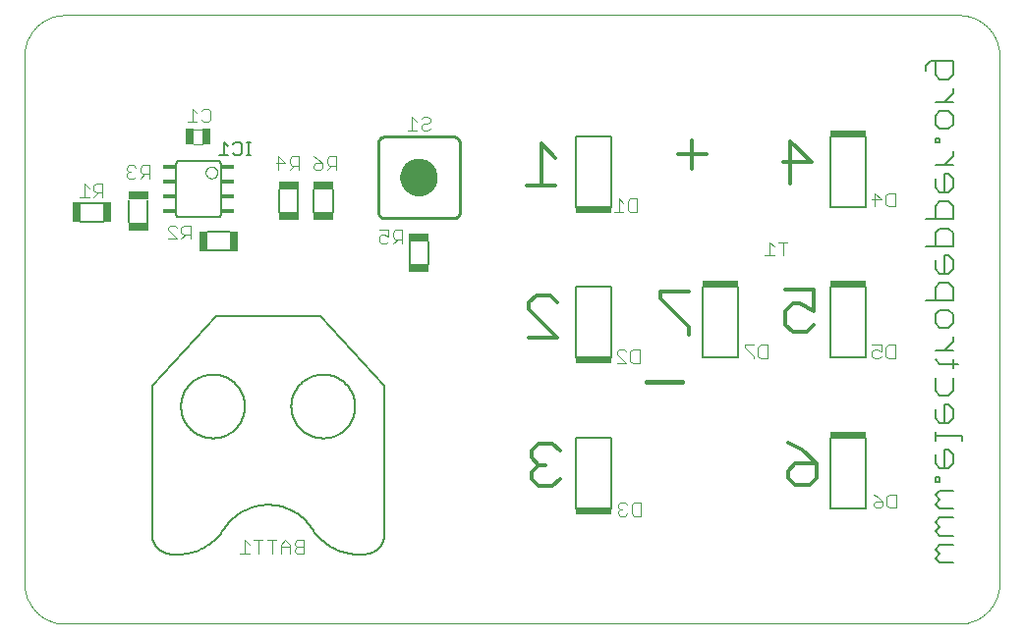
<source format=gbo>
G75*
%MOIN*%
%OFA0B0*%
%FSLAX25Y25*%
%IPPOS*%
%LPD*%
%AMOC8*
5,1,8,0,0,1.08239X$1,22.5*
%
%ADD10C,0.00000*%
%ADD11C,0.01300*%
%ADD12C,0.01600*%
%ADD13C,0.00800*%
%ADD14C,0.00500*%
%ADD15C,0.00400*%
%ADD16R,0.02953X0.05709*%
%ADD17R,0.12000X0.02000*%
%ADD18C,0.00600*%
%ADD19C,0.00200*%
%ADD20R,0.04331X0.01378*%
%ADD21R,0.02900X0.06900*%
%ADD22R,0.06900X0.02900*%
%ADD23C,0.08600*%
%ADD24C,0.01000*%
D10*
X0076833Y0043663D02*
X0076833Y0222797D01*
X0076837Y0223130D01*
X0076849Y0223463D01*
X0076869Y0223795D01*
X0076897Y0224127D01*
X0076933Y0224458D01*
X0076978Y0224788D01*
X0077030Y0225117D01*
X0077090Y0225445D01*
X0077158Y0225771D01*
X0077233Y0226095D01*
X0077317Y0226417D01*
X0077408Y0226737D01*
X0077507Y0227055D01*
X0077614Y0227371D01*
X0077728Y0227683D01*
X0077850Y0227993D01*
X0077980Y0228300D01*
X0078116Y0228604D01*
X0078260Y0228904D01*
X0078411Y0229201D01*
X0078570Y0229494D01*
X0078735Y0229783D01*
X0078907Y0230068D01*
X0079086Y0230349D01*
X0079272Y0230625D01*
X0079465Y0230897D01*
X0079664Y0231164D01*
X0079869Y0231426D01*
X0080081Y0231683D01*
X0080299Y0231935D01*
X0080522Y0232181D01*
X0080752Y0232422D01*
X0080988Y0232658D01*
X0081229Y0232888D01*
X0081475Y0233111D01*
X0081727Y0233329D01*
X0081984Y0233541D01*
X0082246Y0233746D01*
X0082513Y0233945D01*
X0082785Y0234138D01*
X0083061Y0234324D01*
X0083342Y0234503D01*
X0083627Y0234675D01*
X0083916Y0234840D01*
X0084209Y0234999D01*
X0084506Y0235150D01*
X0084806Y0235294D01*
X0085110Y0235430D01*
X0085417Y0235560D01*
X0085727Y0235682D01*
X0086039Y0235796D01*
X0086355Y0235903D01*
X0086673Y0236002D01*
X0086993Y0236093D01*
X0087315Y0236177D01*
X0087639Y0236252D01*
X0087965Y0236320D01*
X0088293Y0236380D01*
X0088622Y0236432D01*
X0088952Y0236477D01*
X0089283Y0236513D01*
X0089615Y0236541D01*
X0089947Y0236561D01*
X0090280Y0236573D01*
X0090613Y0236577D01*
X0090613Y0236576D02*
X0393762Y0236576D01*
X0393762Y0236577D02*
X0394095Y0236573D01*
X0394428Y0236561D01*
X0394760Y0236541D01*
X0395092Y0236513D01*
X0395423Y0236477D01*
X0395753Y0236432D01*
X0396082Y0236380D01*
X0396410Y0236320D01*
X0396736Y0236252D01*
X0397060Y0236177D01*
X0397382Y0236093D01*
X0397702Y0236002D01*
X0398020Y0235903D01*
X0398336Y0235796D01*
X0398648Y0235682D01*
X0398958Y0235560D01*
X0399265Y0235430D01*
X0399569Y0235294D01*
X0399869Y0235150D01*
X0400166Y0234999D01*
X0400459Y0234840D01*
X0400748Y0234675D01*
X0401033Y0234503D01*
X0401314Y0234324D01*
X0401590Y0234138D01*
X0401862Y0233945D01*
X0402129Y0233746D01*
X0402391Y0233541D01*
X0402648Y0233329D01*
X0402900Y0233111D01*
X0403146Y0232888D01*
X0403387Y0232658D01*
X0403623Y0232422D01*
X0403853Y0232181D01*
X0404076Y0231935D01*
X0404294Y0231683D01*
X0404506Y0231426D01*
X0404711Y0231164D01*
X0404910Y0230897D01*
X0405103Y0230625D01*
X0405289Y0230349D01*
X0405468Y0230068D01*
X0405640Y0229783D01*
X0405805Y0229494D01*
X0405964Y0229201D01*
X0406115Y0228904D01*
X0406259Y0228604D01*
X0406395Y0228300D01*
X0406525Y0227993D01*
X0406647Y0227683D01*
X0406761Y0227371D01*
X0406868Y0227055D01*
X0406967Y0226737D01*
X0407058Y0226417D01*
X0407142Y0226095D01*
X0407217Y0225771D01*
X0407285Y0225445D01*
X0407345Y0225117D01*
X0407397Y0224788D01*
X0407442Y0224458D01*
X0407478Y0224127D01*
X0407506Y0223795D01*
X0407526Y0223463D01*
X0407538Y0223130D01*
X0407542Y0222797D01*
X0407542Y0043663D01*
X0407538Y0043330D01*
X0407526Y0042997D01*
X0407506Y0042665D01*
X0407478Y0042333D01*
X0407442Y0042002D01*
X0407397Y0041672D01*
X0407345Y0041343D01*
X0407285Y0041015D01*
X0407217Y0040689D01*
X0407142Y0040365D01*
X0407058Y0040043D01*
X0406967Y0039723D01*
X0406868Y0039405D01*
X0406761Y0039089D01*
X0406647Y0038777D01*
X0406525Y0038467D01*
X0406395Y0038160D01*
X0406259Y0037856D01*
X0406115Y0037556D01*
X0405964Y0037259D01*
X0405805Y0036966D01*
X0405640Y0036677D01*
X0405468Y0036392D01*
X0405289Y0036111D01*
X0405103Y0035835D01*
X0404910Y0035563D01*
X0404711Y0035296D01*
X0404506Y0035034D01*
X0404294Y0034777D01*
X0404076Y0034525D01*
X0403853Y0034279D01*
X0403623Y0034038D01*
X0403387Y0033802D01*
X0403146Y0033572D01*
X0402900Y0033349D01*
X0402648Y0033131D01*
X0402391Y0032919D01*
X0402129Y0032714D01*
X0401862Y0032515D01*
X0401590Y0032322D01*
X0401314Y0032136D01*
X0401033Y0031957D01*
X0400748Y0031785D01*
X0400459Y0031620D01*
X0400166Y0031461D01*
X0399869Y0031310D01*
X0399569Y0031166D01*
X0399265Y0031030D01*
X0398958Y0030900D01*
X0398648Y0030778D01*
X0398336Y0030664D01*
X0398020Y0030557D01*
X0397702Y0030458D01*
X0397382Y0030367D01*
X0397060Y0030283D01*
X0396736Y0030208D01*
X0396410Y0030140D01*
X0396082Y0030080D01*
X0395753Y0030028D01*
X0395423Y0029983D01*
X0395092Y0029947D01*
X0394760Y0029919D01*
X0394428Y0029899D01*
X0394095Y0029887D01*
X0393762Y0029883D01*
X0090613Y0029883D01*
X0090280Y0029887D01*
X0089947Y0029899D01*
X0089615Y0029919D01*
X0089283Y0029947D01*
X0088952Y0029983D01*
X0088622Y0030028D01*
X0088293Y0030080D01*
X0087965Y0030140D01*
X0087639Y0030208D01*
X0087315Y0030283D01*
X0086993Y0030367D01*
X0086673Y0030458D01*
X0086355Y0030557D01*
X0086039Y0030664D01*
X0085727Y0030778D01*
X0085417Y0030900D01*
X0085110Y0031030D01*
X0084806Y0031166D01*
X0084506Y0031310D01*
X0084209Y0031461D01*
X0083916Y0031620D01*
X0083627Y0031785D01*
X0083342Y0031957D01*
X0083061Y0032136D01*
X0082785Y0032322D01*
X0082513Y0032515D01*
X0082246Y0032714D01*
X0081984Y0032919D01*
X0081727Y0033131D01*
X0081475Y0033349D01*
X0081229Y0033572D01*
X0080988Y0033802D01*
X0080752Y0034038D01*
X0080522Y0034279D01*
X0080299Y0034525D01*
X0080081Y0034777D01*
X0079869Y0035034D01*
X0079664Y0035296D01*
X0079465Y0035563D01*
X0079272Y0035835D01*
X0079086Y0036111D01*
X0078907Y0036392D01*
X0078735Y0036677D01*
X0078570Y0036966D01*
X0078411Y0037259D01*
X0078260Y0037556D01*
X0078116Y0037856D01*
X0077980Y0038160D01*
X0077850Y0038467D01*
X0077728Y0038777D01*
X0077614Y0039089D01*
X0077507Y0039405D01*
X0077408Y0039723D01*
X0077317Y0040043D01*
X0077233Y0040365D01*
X0077158Y0040689D01*
X0077090Y0041015D01*
X0077030Y0041343D01*
X0076978Y0041672D01*
X0076933Y0042002D01*
X0076897Y0042333D01*
X0076869Y0042665D01*
X0076849Y0042997D01*
X0076837Y0043330D01*
X0076833Y0043663D01*
D11*
X0248827Y0079006D02*
X0251237Y0076596D01*
X0256057Y0076596D01*
X0258467Y0079006D01*
X0253647Y0083827D02*
X0251237Y0083827D01*
X0248827Y0081416D01*
X0248827Y0079006D01*
X0251237Y0083827D02*
X0248827Y0086237D01*
X0248827Y0088647D01*
X0251237Y0091057D01*
X0256057Y0091057D01*
X0258467Y0088647D01*
X0257679Y0126990D02*
X0248039Y0126990D01*
X0257679Y0126990D02*
X0248039Y0136630D01*
X0248039Y0139040D01*
X0250449Y0141450D01*
X0255269Y0141450D01*
X0257679Y0139040D01*
X0292527Y0140221D02*
X0302168Y0130581D01*
X0302168Y0128171D01*
X0292527Y0140221D02*
X0292527Y0142632D01*
X0302168Y0142632D01*
X0335047Y0143419D02*
X0344687Y0143419D01*
X0344687Y0136189D01*
X0339867Y0138599D01*
X0337457Y0138599D01*
X0335047Y0136189D01*
X0335047Y0131369D01*
X0337457Y0128959D01*
X0342277Y0128959D01*
X0344687Y0131369D01*
X0335834Y0091450D02*
X0340655Y0089040D01*
X0345475Y0084220D01*
X0338244Y0084220D01*
X0335834Y0081810D01*
X0335834Y0079400D01*
X0338244Y0076990D01*
X0343065Y0076990D01*
X0345475Y0079400D01*
X0345475Y0084220D01*
X0336670Y0179352D02*
X0336670Y0193813D01*
X0343900Y0186582D01*
X0334260Y0186582D01*
X0308073Y0189338D02*
X0298433Y0189338D01*
X0303253Y0194158D02*
X0303253Y0184518D01*
X0256892Y0188205D02*
X0252072Y0193025D01*
X0252072Y0178565D01*
X0256892Y0178565D02*
X0247252Y0178565D01*
D12*
X0287982Y0112175D02*
X0300049Y0112175D01*
D13*
X0382664Y0139593D02*
X0391872Y0139593D01*
X0391872Y0144197D01*
X0390337Y0145731D01*
X0387268Y0145731D01*
X0385733Y0144197D01*
X0385733Y0139593D01*
X0387268Y0136523D02*
X0390337Y0136523D01*
X0391872Y0134989D01*
X0391872Y0131919D01*
X0390337Y0130385D01*
X0387268Y0130385D01*
X0385733Y0131919D01*
X0385733Y0134989D01*
X0387268Y0136523D01*
X0391872Y0127315D02*
X0391872Y0125781D01*
X0388803Y0122712D01*
X0391872Y0122712D02*
X0385733Y0122712D01*
X0385733Y0119642D02*
X0387268Y0118108D01*
X0393407Y0118108D01*
X0391872Y0116573D02*
X0391872Y0119642D01*
X0391872Y0113504D02*
X0391872Y0108900D01*
X0390337Y0107365D01*
X0387268Y0107365D01*
X0385733Y0108900D01*
X0385733Y0113504D01*
X0388803Y0104296D02*
X0388803Y0098157D01*
X0390337Y0098157D02*
X0391872Y0099692D01*
X0391872Y0102761D01*
X0390337Y0104296D01*
X0388803Y0104296D01*
X0385733Y0102761D02*
X0385733Y0099692D01*
X0387268Y0098157D01*
X0390337Y0098157D01*
X0385733Y0095088D02*
X0385733Y0092019D01*
X0385733Y0093553D02*
X0394941Y0093553D01*
X0394941Y0092019D01*
X0390337Y0088949D02*
X0388803Y0088949D01*
X0388803Y0082811D01*
X0390337Y0082811D02*
X0391872Y0084345D01*
X0391872Y0087415D01*
X0390337Y0088949D01*
X0385733Y0087415D02*
X0385733Y0084345D01*
X0387268Y0082811D01*
X0390337Y0082811D01*
X0387268Y0079742D02*
X0385733Y0079742D01*
X0385733Y0078207D01*
X0387268Y0078207D01*
X0387268Y0079742D01*
X0387268Y0075138D02*
X0391872Y0075138D01*
X0387268Y0075138D02*
X0385733Y0073603D01*
X0387268Y0072068D01*
X0385733Y0070534D01*
X0387268Y0068999D01*
X0391872Y0068999D01*
X0391872Y0065930D02*
X0387268Y0065930D01*
X0385733Y0064395D01*
X0387268Y0062860D01*
X0385733Y0061326D01*
X0387268Y0059791D01*
X0391872Y0059791D01*
X0391872Y0056722D02*
X0387268Y0056722D01*
X0385733Y0055187D01*
X0387268Y0053653D01*
X0385733Y0052118D01*
X0387268Y0050583D01*
X0391872Y0050583D01*
X0390337Y0148801D02*
X0387268Y0148801D01*
X0385733Y0150335D01*
X0385733Y0153404D01*
X0388803Y0154939D02*
X0388803Y0148801D01*
X0390337Y0148801D02*
X0391872Y0150335D01*
X0391872Y0153404D01*
X0390337Y0154939D01*
X0388803Y0154939D01*
X0391872Y0158008D02*
X0391872Y0162612D01*
X0390337Y0164147D01*
X0387268Y0164147D01*
X0385733Y0162612D01*
X0385733Y0158008D01*
X0382664Y0158008D02*
X0391872Y0158008D01*
X0391872Y0167216D02*
X0382664Y0167216D01*
X0385733Y0167216D02*
X0385733Y0171820D01*
X0387268Y0173355D01*
X0390337Y0173355D01*
X0391872Y0171820D01*
X0391872Y0167216D01*
X0390337Y0176424D02*
X0387268Y0176424D01*
X0385733Y0177959D01*
X0385733Y0181028D01*
X0388803Y0182563D02*
X0388803Y0176424D01*
X0390337Y0176424D02*
X0391872Y0177959D01*
X0391872Y0181028D01*
X0390337Y0182563D01*
X0388803Y0182563D01*
X0388803Y0185632D02*
X0391872Y0188701D01*
X0391872Y0190236D01*
X0387268Y0193305D02*
X0387268Y0194840D01*
X0385733Y0194840D01*
X0385733Y0193305D01*
X0387268Y0193305D01*
X0387268Y0197909D02*
X0385733Y0199444D01*
X0385733Y0202513D01*
X0387268Y0204048D01*
X0390337Y0204048D01*
X0391872Y0202513D01*
X0391872Y0199444D01*
X0390337Y0197909D01*
X0387268Y0197909D01*
X0388803Y0207117D02*
X0391872Y0210186D01*
X0391872Y0211721D01*
X0390337Y0214790D02*
X0387268Y0214790D01*
X0385733Y0216325D01*
X0385733Y0220929D01*
X0384199Y0220929D02*
X0391872Y0220929D01*
X0391872Y0216325D01*
X0390337Y0214790D01*
X0382664Y0217859D02*
X0382664Y0219394D01*
X0384199Y0220929D01*
X0385733Y0207117D02*
X0391872Y0207117D01*
X0391872Y0185632D02*
X0385733Y0185632D01*
D14*
X0362361Y0195427D02*
X0362361Y0171427D01*
X0350361Y0171427D01*
X0350361Y0195427D01*
X0362361Y0195427D01*
X0275747Y0195427D02*
X0275747Y0171427D01*
X0263747Y0171427D01*
X0263747Y0195427D01*
X0275747Y0195427D01*
X0275747Y0144246D02*
X0263747Y0144246D01*
X0263747Y0120246D01*
X0275747Y0120246D01*
X0275747Y0144246D01*
X0307054Y0144246D02*
X0307054Y0120246D01*
X0319054Y0120246D01*
X0319054Y0144246D01*
X0307054Y0144246D01*
X0350361Y0144246D02*
X0350361Y0120246D01*
X0362361Y0120246D01*
X0362361Y0144246D01*
X0350361Y0144246D01*
X0350361Y0093064D02*
X0350361Y0069064D01*
X0362361Y0069064D01*
X0362361Y0093064D01*
X0350361Y0093064D01*
X0275747Y0093064D02*
X0275747Y0069064D01*
X0263747Y0069064D01*
X0263747Y0093064D01*
X0275747Y0093064D01*
X0198881Y0110592D02*
X0198881Y0061379D01*
X0198902Y0061211D01*
X0198919Y0061043D01*
X0198932Y0060874D01*
X0198941Y0060704D01*
X0198945Y0060535D01*
X0198946Y0060366D01*
X0198942Y0060196D01*
X0198934Y0060027D01*
X0198922Y0059858D01*
X0198906Y0059689D01*
X0198886Y0059521D01*
X0198862Y0059353D01*
X0198833Y0059186D01*
X0198801Y0059020D01*
X0198764Y0058855D01*
X0198724Y0058690D01*
X0198679Y0058527D01*
X0198631Y0058364D01*
X0198578Y0058203D01*
X0198522Y0058044D01*
X0198461Y0057885D01*
X0198397Y0057728D01*
X0198329Y0057573D01*
X0198258Y0057420D01*
X0198182Y0057268D01*
X0198103Y0057118D01*
X0198020Y0056971D01*
X0197934Y0056825D01*
X0197844Y0056681D01*
X0197750Y0056540D01*
X0197653Y0056401D01*
X0197553Y0056264D01*
X0197449Y0056130D01*
X0197343Y0055999D01*
X0197233Y0055870D01*
X0197119Y0055744D01*
X0197003Y0055620D01*
X0196884Y0055500D01*
X0196762Y0055382D01*
X0196637Y0055268D01*
X0196509Y0055157D01*
X0196379Y0055048D01*
X0196246Y0054943D01*
X0196111Y0054842D01*
X0195973Y0054743D01*
X0195832Y0054648D01*
X0195690Y0054557D01*
X0195545Y0054469D01*
X0195398Y0054384D01*
X0195249Y0054303D01*
X0195098Y0054226D01*
X0194946Y0054153D01*
X0194791Y0054083D01*
X0194635Y0054017D01*
X0194478Y0053955D01*
X0194318Y0053897D01*
X0194158Y0053843D01*
X0193996Y0053793D01*
X0193833Y0053746D01*
X0193669Y0053704D01*
X0193504Y0053666D01*
X0193338Y0053631D01*
X0193171Y0053601D01*
X0193004Y0053575D01*
X0192836Y0053553D01*
X0192667Y0053535D01*
X0192499Y0053521D01*
X0192329Y0053512D01*
X0192160Y0053506D01*
X0191991Y0053505D01*
X0174274Y0062364D02*
X0174031Y0062719D01*
X0173779Y0063068D01*
X0173519Y0063411D01*
X0173251Y0063748D01*
X0172974Y0064078D01*
X0172690Y0064401D01*
X0172398Y0064718D01*
X0172098Y0065027D01*
X0171791Y0065329D01*
X0171476Y0065623D01*
X0171155Y0065909D01*
X0170827Y0066188D01*
X0170492Y0066459D01*
X0170150Y0066721D01*
X0169802Y0066975D01*
X0169449Y0067220D01*
X0169089Y0067457D01*
X0168724Y0067685D01*
X0168353Y0067904D01*
X0167977Y0068114D01*
X0167597Y0068315D01*
X0167211Y0068507D01*
X0166821Y0068689D01*
X0166426Y0068862D01*
X0166028Y0069025D01*
X0165625Y0069178D01*
X0165219Y0069321D01*
X0164810Y0069455D01*
X0164398Y0069579D01*
X0163982Y0069692D01*
X0163564Y0069796D01*
X0163144Y0069889D01*
X0162722Y0069972D01*
X0162297Y0070045D01*
X0161871Y0070107D01*
X0161444Y0070159D01*
X0161015Y0070201D01*
X0160586Y0070232D01*
X0160156Y0070253D01*
X0159725Y0070264D01*
X0159295Y0070264D01*
X0158864Y0070253D01*
X0158434Y0070232D01*
X0158005Y0070201D01*
X0157576Y0070159D01*
X0157149Y0070107D01*
X0156723Y0070045D01*
X0156298Y0069972D01*
X0155876Y0069889D01*
X0155456Y0069796D01*
X0155038Y0069692D01*
X0154622Y0069579D01*
X0154210Y0069455D01*
X0153801Y0069321D01*
X0153395Y0069178D01*
X0152992Y0069025D01*
X0152594Y0068862D01*
X0152199Y0068689D01*
X0151809Y0068507D01*
X0151423Y0068315D01*
X0151043Y0068114D01*
X0150667Y0067904D01*
X0150296Y0067685D01*
X0149931Y0067457D01*
X0149571Y0067220D01*
X0149218Y0066975D01*
X0148870Y0066721D01*
X0148528Y0066459D01*
X0148193Y0066188D01*
X0147865Y0065909D01*
X0147544Y0065623D01*
X0147229Y0065329D01*
X0146922Y0065027D01*
X0146622Y0064718D01*
X0146330Y0064401D01*
X0146046Y0064078D01*
X0145769Y0063748D01*
X0145501Y0063411D01*
X0145241Y0063068D01*
X0144989Y0062719D01*
X0144746Y0062364D01*
X0127030Y0053505D02*
X0126861Y0053506D01*
X0126692Y0053512D01*
X0126522Y0053521D01*
X0126354Y0053535D01*
X0126185Y0053553D01*
X0126017Y0053575D01*
X0125850Y0053601D01*
X0125683Y0053631D01*
X0125517Y0053666D01*
X0125352Y0053704D01*
X0125188Y0053746D01*
X0125025Y0053793D01*
X0124863Y0053843D01*
X0124703Y0053897D01*
X0124543Y0053955D01*
X0124386Y0054017D01*
X0124230Y0054083D01*
X0124075Y0054153D01*
X0123923Y0054226D01*
X0123772Y0054303D01*
X0123623Y0054384D01*
X0123476Y0054469D01*
X0123331Y0054557D01*
X0123189Y0054648D01*
X0123048Y0054743D01*
X0122910Y0054842D01*
X0122775Y0054943D01*
X0122642Y0055048D01*
X0122512Y0055157D01*
X0122384Y0055268D01*
X0122259Y0055382D01*
X0122137Y0055500D01*
X0122018Y0055620D01*
X0121902Y0055744D01*
X0121788Y0055870D01*
X0121678Y0055999D01*
X0121572Y0056130D01*
X0121468Y0056264D01*
X0121368Y0056401D01*
X0121271Y0056540D01*
X0121177Y0056681D01*
X0121087Y0056825D01*
X0121001Y0056971D01*
X0120918Y0057118D01*
X0120839Y0057268D01*
X0120763Y0057420D01*
X0120692Y0057573D01*
X0120624Y0057728D01*
X0120560Y0057885D01*
X0120499Y0058044D01*
X0120443Y0058203D01*
X0120390Y0058364D01*
X0120342Y0058527D01*
X0120297Y0058690D01*
X0120257Y0058855D01*
X0120220Y0059020D01*
X0120188Y0059186D01*
X0120159Y0059353D01*
X0120135Y0059521D01*
X0120115Y0059689D01*
X0120099Y0059858D01*
X0120087Y0060027D01*
X0120079Y0060196D01*
X0120075Y0060366D01*
X0120076Y0060535D01*
X0120080Y0060704D01*
X0120089Y0060874D01*
X0120102Y0061043D01*
X0120119Y0061211D01*
X0120140Y0061379D01*
X0120140Y0110592D01*
X0141794Y0134214D01*
X0177227Y0134214D01*
X0198881Y0110592D01*
X0167384Y0103702D02*
X0167387Y0103968D01*
X0167397Y0104233D01*
X0167413Y0104498D01*
X0167436Y0104763D01*
X0167465Y0105027D01*
X0167501Y0105291D01*
X0167543Y0105553D01*
X0167592Y0105814D01*
X0167647Y0106074D01*
X0167708Y0106333D01*
X0167776Y0106590D01*
X0167850Y0106845D01*
X0167930Y0107098D01*
X0168017Y0107350D01*
X0168109Y0107599D01*
X0168208Y0107845D01*
X0168313Y0108090D01*
X0168424Y0108331D01*
X0168540Y0108570D01*
X0168662Y0108806D01*
X0168791Y0109039D01*
X0168924Y0109268D01*
X0169064Y0109494D01*
X0169209Y0109717D01*
X0169359Y0109936D01*
X0169515Y0110152D01*
X0169676Y0110363D01*
X0169842Y0110571D01*
X0170013Y0110774D01*
X0170189Y0110973D01*
X0170370Y0111168D01*
X0170555Y0111358D01*
X0170745Y0111543D01*
X0170940Y0111724D01*
X0171139Y0111900D01*
X0171342Y0112071D01*
X0171550Y0112237D01*
X0171761Y0112398D01*
X0171977Y0112554D01*
X0172196Y0112704D01*
X0172419Y0112849D01*
X0172645Y0112989D01*
X0172874Y0113122D01*
X0173107Y0113251D01*
X0173343Y0113373D01*
X0173582Y0113489D01*
X0173823Y0113600D01*
X0174068Y0113705D01*
X0174314Y0113804D01*
X0174563Y0113896D01*
X0174815Y0113983D01*
X0175068Y0114063D01*
X0175323Y0114137D01*
X0175580Y0114205D01*
X0175839Y0114266D01*
X0176099Y0114321D01*
X0176360Y0114370D01*
X0176622Y0114412D01*
X0176886Y0114448D01*
X0177150Y0114477D01*
X0177415Y0114500D01*
X0177680Y0114516D01*
X0177945Y0114526D01*
X0178211Y0114529D01*
X0178477Y0114526D01*
X0178742Y0114516D01*
X0179007Y0114500D01*
X0179272Y0114477D01*
X0179536Y0114448D01*
X0179800Y0114412D01*
X0180062Y0114370D01*
X0180323Y0114321D01*
X0180583Y0114266D01*
X0180842Y0114205D01*
X0181099Y0114137D01*
X0181354Y0114063D01*
X0181607Y0113983D01*
X0181859Y0113896D01*
X0182108Y0113804D01*
X0182354Y0113705D01*
X0182599Y0113600D01*
X0182840Y0113489D01*
X0183079Y0113373D01*
X0183315Y0113251D01*
X0183548Y0113122D01*
X0183777Y0112989D01*
X0184003Y0112849D01*
X0184226Y0112704D01*
X0184445Y0112554D01*
X0184661Y0112398D01*
X0184872Y0112237D01*
X0185080Y0112071D01*
X0185283Y0111900D01*
X0185482Y0111724D01*
X0185677Y0111543D01*
X0185867Y0111358D01*
X0186052Y0111168D01*
X0186233Y0110973D01*
X0186409Y0110774D01*
X0186580Y0110571D01*
X0186746Y0110363D01*
X0186907Y0110152D01*
X0187063Y0109936D01*
X0187213Y0109717D01*
X0187358Y0109494D01*
X0187498Y0109268D01*
X0187631Y0109039D01*
X0187760Y0108806D01*
X0187882Y0108570D01*
X0187998Y0108331D01*
X0188109Y0108090D01*
X0188214Y0107845D01*
X0188313Y0107599D01*
X0188405Y0107350D01*
X0188492Y0107098D01*
X0188572Y0106845D01*
X0188646Y0106590D01*
X0188714Y0106333D01*
X0188775Y0106074D01*
X0188830Y0105814D01*
X0188879Y0105553D01*
X0188921Y0105291D01*
X0188957Y0105027D01*
X0188986Y0104763D01*
X0189009Y0104498D01*
X0189025Y0104233D01*
X0189035Y0103968D01*
X0189038Y0103702D01*
X0189035Y0103436D01*
X0189025Y0103171D01*
X0189009Y0102906D01*
X0188986Y0102641D01*
X0188957Y0102377D01*
X0188921Y0102113D01*
X0188879Y0101851D01*
X0188830Y0101590D01*
X0188775Y0101330D01*
X0188714Y0101071D01*
X0188646Y0100814D01*
X0188572Y0100559D01*
X0188492Y0100306D01*
X0188405Y0100054D01*
X0188313Y0099805D01*
X0188214Y0099559D01*
X0188109Y0099314D01*
X0187998Y0099073D01*
X0187882Y0098834D01*
X0187760Y0098598D01*
X0187631Y0098365D01*
X0187498Y0098136D01*
X0187358Y0097910D01*
X0187213Y0097687D01*
X0187063Y0097468D01*
X0186907Y0097252D01*
X0186746Y0097041D01*
X0186580Y0096833D01*
X0186409Y0096630D01*
X0186233Y0096431D01*
X0186052Y0096236D01*
X0185867Y0096046D01*
X0185677Y0095861D01*
X0185482Y0095680D01*
X0185283Y0095504D01*
X0185080Y0095333D01*
X0184872Y0095167D01*
X0184661Y0095006D01*
X0184445Y0094850D01*
X0184226Y0094700D01*
X0184003Y0094555D01*
X0183777Y0094415D01*
X0183548Y0094282D01*
X0183315Y0094153D01*
X0183079Y0094031D01*
X0182840Y0093915D01*
X0182599Y0093804D01*
X0182354Y0093699D01*
X0182108Y0093600D01*
X0181859Y0093508D01*
X0181607Y0093421D01*
X0181354Y0093341D01*
X0181099Y0093267D01*
X0180842Y0093199D01*
X0180583Y0093138D01*
X0180323Y0093083D01*
X0180062Y0093034D01*
X0179800Y0092992D01*
X0179536Y0092956D01*
X0179272Y0092927D01*
X0179007Y0092904D01*
X0178742Y0092888D01*
X0178477Y0092878D01*
X0178211Y0092875D01*
X0177945Y0092878D01*
X0177680Y0092888D01*
X0177415Y0092904D01*
X0177150Y0092927D01*
X0176886Y0092956D01*
X0176622Y0092992D01*
X0176360Y0093034D01*
X0176099Y0093083D01*
X0175839Y0093138D01*
X0175580Y0093199D01*
X0175323Y0093267D01*
X0175068Y0093341D01*
X0174815Y0093421D01*
X0174563Y0093508D01*
X0174314Y0093600D01*
X0174068Y0093699D01*
X0173823Y0093804D01*
X0173582Y0093915D01*
X0173343Y0094031D01*
X0173107Y0094153D01*
X0172874Y0094282D01*
X0172645Y0094415D01*
X0172419Y0094555D01*
X0172196Y0094700D01*
X0171977Y0094850D01*
X0171761Y0095006D01*
X0171550Y0095167D01*
X0171342Y0095333D01*
X0171139Y0095504D01*
X0170940Y0095680D01*
X0170745Y0095861D01*
X0170555Y0096046D01*
X0170370Y0096236D01*
X0170189Y0096431D01*
X0170013Y0096630D01*
X0169842Y0096833D01*
X0169676Y0097041D01*
X0169515Y0097252D01*
X0169359Y0097468D01*
X0169209Y0097687D01*
X0169064Y0097910D01*
X0168924Y0098136D01*
X0168791Y0098365D01*
X0168662Y0098598D01*
X0168540Y0098834D01*
X0168424Y0099073D01*
X0168313Y0099314D01*
X0168208Y0099559D01*
X0168109Y0099805D01*
X0168017Y0100054D01*
X0167930Y0100306D01*
X0167850Y0100559D01*
X0167776Y0100814D01*
X0167708Y0101071D01*
X0167647Y0101330D01*
X0167592Y0101590D01*
X0167543Y0101851D01*
X0167501Y0102113D01*
X0167465Y0102377D01*
X0167436Y0102641D01*
X0167413Y0102906D01*
X0167397Y0103171D01*
X0167387Y0103436D01*
X0167384Y0103702D01*
X0129983Y0103702D02*
X0129986Y0103968D01*
X0129996Y0104233D01*
X0130012Y0104498D01*
X0130035Y0104763D01*
X0130064Y0105027D01*
X0130100Y0105291D01*
X0130142Y0105553D01*
X0130191Y0105814D01*
X0130246Y0106074D01*
X0130307Y0106333D01*
X0130375Y0106590D01*
X0130449Y0106845D01*
X0130529Y0107098D01*
X0130616Y0107350D01*
X0130708Y0107599D01*
X0130807Y0107845D01*
X0130912Y0108090D01*
X0131023Y0108331D01*
X0131139Y0108570D01*
X0131261Y0108806D01*
X0131390Y0109039D01*
X0131523Y0109268D01*
X0131663Y0109494D01*
X0131808Y0109717D01*
X0131958Y0109936D01*
X0132114Y0110152D01*
X0132275Y0110363D01*
X0132441Y0110571D01*
X0132612Y0110774D01*
X0132788Y0110973D01*
X0132969Y0111168D01*
X0133154Y0111358D01*
X0133344Y0111543D01*
X0133539Y0111724D01*
X0133738Y0111900D01*
X0133941Y0112071D01*
X0134149Y0112237D01*
X0134360Y0112398D01*
X0134576Y0112554D01*
X0134795Y0112704D01*
X0135018Y0112849D01*
X0135244Y0112989D01*
X0135473Y0113122D01*
X0135706Y0113251D01*
X0135942Y0113373D01*
X0136181Y0113489D01*
X0136422Y0113600D01*
X0136667Y0113705D01*
X0136913Y0113804D01*
X0137162Y0113896D01*
X0137414Y0113983D01*
X0137667Y0114063D01*
X0137922Y0114137D01*
X0138179Y0114205D01*
X0138438Y0114266D01*
X0138698Y0114321D01*
X0138959Y0114370D01*
X0139221Y0114412D01*
X0139485Y0114448D01*
X0139749Y0114477D01*
X0140014Y0114500D01*
X0140279Y0114516D01*
X0140544Y0114526D01*
X0140810Y0114529D01*
X0141076Y0114526D01*
X0141341Y0114516D01*
X0141606Y0114500D01*
X0141871Y0114477D01*
X0142135Y0114448D01*
X0142399Y0114412D01*
X0142661Y0114370D01*
X0142922Y0114321D01*
X0143182Y0114266D01*
X0143441Y0114205D01*
X0143698Y0114137D01*
X0143953Y0114063D01*
X0144206Y0113983D01*
X0144458Y0113896D01*
X0144707Y0113804D01*
X0144953Y0113705D01*
X0145198Y0113600D01*
X0145439Y0113489D01*
X0145678Y0113373D01*
X0145914Y0113251D01*
X0146147Y0113122D01*
X0146376Y0112989D01*
X0146602Y0112849D01*
X0146825Y0112704D01*
X0147044Y0112554D01*
X0147260Y0112398D01*
X0147471Y0112237D01*
X0147679Y0112071D01*
X0147882Y0111900D01*
X0148081Y0111724D01*
X0148276Y0111543D01*
X0148466Y0111358D01*
X0148651Y0111168D01*
X0148832Y0110973D01*
X0149008Y0110774D01*
X0149179Y0110571D01*
X0149345Y0110363D01*
X0149506Y0110152D01*
X0149662Y0109936D01*
X0149812Y0109717D01*
X0149957Y0109494D01*
X0150097Y0109268D01*
X0150230Y0109039D01*
X0150359Y0108806D01*
X0150481Y0108570D01*
X0150597Y0108331D01*
X0150708Y0108090D01*
X0150813Y0107845D01*
X0150912Y0107599D01*
X0151004Y0107350D01*
X0151091Y0107098D01*
X0151171Y0106845D01*
X0151245Y0106590D01*
X0151313Y0106333D01*
X0151374Y0106074D01*
X0151429Y0105814D01*
X0151478Y0105553D01*
X0151520Y0105291D01*
X0151556Y0105027D01*
X0151585Y0104763D01*
X0151608Y0104498D01*
X0151624Y0104233D01*
X0151634Y0103968D01*
X0151637Y0103702D01*
X0151634Y0103436D01*
X0151624Y0103171D01*
X0151608Y0102906D01*
X0151585Y0102641D01*
X0151556Y0102377D01*
X0151520Y0102113D01*
X0151478Y0101851D01*
X0151429Y0101590D01*
X0151374Y0101330D01*
X0151313Y0101071D01*
X0151245Y0100814D01*
X0151171Y0100559D01*
X0151091Y0100306D01*
X0151004Y0100054D01*
X0150912Y0099805D01*
X0150813Y0099559D01*
X0150708Y0099314D01*
X0150597Y0099073D01*
X0150481Y0098834D01*
X0150359Y0098598D01*
X0150230Y0098365D01*
X0150097Y0098136D01*
X0149957Y0097910D01*
X0149812Y0097687D01*
X0149662Y0097468D01*
X0149506Y0097252D01*
X0149345Y0097041D01*
X0149179Y0096833D01*
X0149008Y0096630D01*
X0148832Y0096431D01*
X0148651Y0096236D01*
X0148466Y0096046D01*
X0148276Y0095861D01*
X0148081Y0095680D01*
X0147882Y0095504D01*
X0147679Y0095333D01*
X0147471Y0095167D01*
X0147260Y0095006D01*
X0147044Y0094850D01*
X0146825Y0094700D01*
X0146602Y0094555D01*
X0146376Y0094415D01*
X0146147Y0094282D01*
X0145914Y0094153D01*
X0145678Y0094031D01*
X0145439Y0093915D01*
X0145198Y0093804D01*
X0144953Y0093699D01*
X0144707Y0093600D01*
X0144458Y0093508D01*
X0144206Y0093421D01*
X0143953Y0093341D01*
X0143698Y0093267D01*
X0143441Y0093199D01*
X0143182Y0093138D01*
X0142922Y0093083D01*
X0142661Y0093034D01*
X0142399Y0092992D01*
X0142135Y0092956D01*
X0141871Y0092927D01*
X0141606Y0092904D01*
X0141341Y0092888D01*
X0141076Y0092878D01*
X0140810Y0092875D01*
X0140544Y0092878D01*
X0140279Y0092888D01*
X0140014Y0092904D01*
X0139749Y0092927D01*
X0139485Y0092956D01*
X0139221Y0092992D01*
X0138959Y0093034D01*
X0138698Y0093083D01*
X0138438Y0093138D01*
X0138179Y0093199D01*
X0137922Y0093267D01*
X0137667Y0093341D01*
X0137414Y0093421D01*
X0137162Y0093508D01*
X0136913Y0093600D01*
X0136667Y0093699D01*
X0136422Y0093804D01*
X0136181Y0093915D01*
X0135942Y0094031D01*
X0135706Y0094153D01*
X0135473Y0094282D01*
X0135244Y0094415D01*
X0135018Y0094555D01*
X0134795Y0094700D01*
X0134576Y0094850D01*
X0134360Y0095006D01*
X0134149Y0095167D01*
X0133941Y0095333D01*
X0133738Y0095504D01*
X0133539Y0095680D01*
X0133344Y0095861D01*
X0133154Y0096046D01*
X0132969Y0096236D01*
X0132788Y0096431D01*
X0132612Y0096630D01*
X0132441Y0096833D01*
X0132275Y0097041D01*
X0132114Y0097252D01*
X0131958Y0097468D01*
X0131808Y0097687D01*
X0131663Y0097910D01*
X0131523Y0098136D01*
X0131390Y0098365D01*
X0131261Y0098598D01*
X0131139Y0098834D01*
X0131023Y0099073D01*
X0130912Y0099314D01*
X0130807Y0099559D01*
X0130708Y0099805D01*
X0130616Y0100054D01*
X0130529Y0100306D01*
X0130449Y0100559D01*
X0130375Y0100814D01*
X0130307Y0101071D01*
X0130246Y0101330D01*
X0130191Y0101590D01*
X0130142Y0101851D01*
X0130100Y0102113D01*
X0130064Y0102377D01*
X0130035Y0102641D01*
X0130012Y0102906D01*
X0129996Y0103171D01*
X0129986Y0103436D01*
X0129983Y0103702D01*
X0144747Y0062363D02*
X0144504Y0061980D01*
X0144251Y0061604D01*
X0143990Y0061233D01*
X0143720Y0060869D01*
X0143442Y0060511D01*
X0143155Y0060160D01*
X0142859Y0059816D01*
X0142555Y0059480D01*
X0142244Y0059151D01*
X0141924Y0058829D01*
X0141597Y0058515D01*
X0141262Y0058209D01*
X0140920Y0057912D01*
X0140571Y0057622D01*
X0140215Y0057341D01*
X0139853Y0057069D01*
X0139484Y0056806D01*
X0139108Y0056551D01*
X0138727Y0056306D01*
X0138340Y0056069D01*
X0137948Y0055843D01*
X0137550Y0055625D01*
X0137147Y0055418D01*
X0136739Y0055220D01*
X0136326Y0055032D01*
X0135909Y0054854D01*
X0135488Y0054686D01*
X0135063Y0054528D01*
X0134634Y0054381D01*
X0134202Y0054244D01*
X0133767Y0054117D01*
X0133328Y0054001D01*
X0132887Y0053895D01*
X0132444Y0053800D01*
X0131999Y0053716D01*
X0131551Y0053643D01*
X0131102Y0053580D01*
X0130652Y0053528D01*
X0130200Y0053487D01*
X0129748Y0053457D01*
X0129295Y0053438D01*
X0128842Y0053429D01*
X0128388Y0053432D01*
X0127935Y0053445D01*
X0127482Y0053470D01*
X0127030Y0053505D01*
X0174274Y0062363D02*
X0174517Y0061980D01*
X0174770Y0061604D01*
X0175031Y0061233D01*
X0175301Y0060869D01*
X0175579Y0060511D01*
X0175866Y0060160D01*
X0176162Y0059816D01*
X0176466Y0059480D01*
X0176777Y0059151D01*
X0177097Y0058829D01*
X0177424Y0058515D01*
X0177759Y0058209D01*
X0178101Y0057912D01*
X0178450Y0057622D01*
X0178806Y0057341D01*
X0179168Y0057069D01*
X0179537Y0056806D01*
X0179913Y0056551D01*
X0180294Y0056306D01*
X0180681Y0056069D01*
X0181073Y0055843D01*
X0181471Y0055625D01*
X0181874Y0055418D01*
X0182282Y0055220D01*
X0182695Y0055032D01*
X0183112Y0054854D01*
X0183533Y0054686D01*
X0183958Y0054528D01*
X0184387Y0054381D01*
X0184819Y0054244D01*
X0185254Y0054117D01*
X0185693Y0054001D01*
X0186134Y0053895D01*
X0186577Y0053800D01*
X0187022Y0053716D01*
X0187470Y0053643D01*
X0187919Y0053580D01*
X0188369Y0053528D01*
X0188821Y0053487D01*
X0189273Y0053457D01*
X0189726Y0053438D01*
X0190179Y0053429D01*
X0190633Y0053432D01*
X0191086Y0053445D01*
X0191539Y0053470D01*
X0191991Y0053505D01*
X0153587Y0189021D02*
X0152086Y0189021D01*
X0152837Y0189021D02*
X0152837Y0193525D01*
X0153587Y0193525D02*
X0152086Y0193525D01*
X0150518Y0192774D02*
X0150518Y0189772D01*
X0149767Y0189021D01*
X0148266Y0189021D01*
X0147515Y0189772D01*
X0145914Y0189021D02*
X0142912Y0189021D01*
X0144413Y0189021D02*
X0144413Y0193525D01*
X0145914Y0192024D01*
X0147515Y0192774D02*
X0148266Y0193525D01*
X0149767Y0193525D01*
X0150518Y0192774D01*
D15*
X0163023Y0188597D02*
X0165325Y0186295D01*
X0162255Y0186295D01*
X0163023Y0183993D02*
X0163023Y0188597D01*
X0166859Y0187829D02*
X0166859Y0186295D01*
X0167627Y0185527D01*
X0169929Y0185527D01*
X0169929Y0183993D02*
X0169929Y0188597D01*
X0167627Y0188597D01*
X0166859Y0187829D01*
X0168394Y0185527D02*
X0166859Y0183993D01*
X0174854Y0184760D02*
X0174854Y0185527D01*
X0175621Y0186295D01*
X0177923Y0186295D01*
X0177923Y0184760D01*
X0177156Y0183993D01*
X0175621Y0183993D01*
X0174854Y0184760D01*
X0176388Y0187829D02*
X0177923Y0186295D01*
X0179458Y0186295D02*
X0180225Y0185527D01*
X0182527Y0185527D01*
X0182527Y0183993D02*
X0182527Y0188597D01*
X0180225Y0188597D01*
X0179458Y0187829D01*
X0179458Y0186295D01*
X0180992Y0185527D02*
X0179458Y0183993D01*
X0176388Y0187829D02*
X0174854Y0188597D01*
X0206795Y0197446D02*
X0209864Y0197446D01*
X0208329Y0197446D02*
X0208329Y0202049D01*
X0209864Y0200515D01*
X0211399Y0201282D02*
X0212166Y0202049D01*
X0213701Y0202049D01*
X0214468Y0201282D01*
X0214468Y0200515D01*
X0213701Y0199747D01*
X0212166Y0199747D01*
X0211399Y0198980D01*
X0211399Y0198213D01*
X0212166Y0197446D01*
X0213701Y0197446D01*
X0214468Y0198213D01*
X0204968Y0163597D02*
X0202666Y0163597D01*
X0201899Y0162829D01*
X0201899Y0161295D01*
X0202666Y0160527D01*
X0204968Y0160527D01*
X0204968Y0158993D02*
X0204968Y0163597D01*
X0203433Y0160527D02*
X0201899Y0158993D01*
X0200364Y0159760D02*
X0199597Y0158993D01*
X0198062Y0158993D01*
X0197295Y0159760D01*
X0197295Y0161295D01*
X0198062Y0162062D01*
X0198829Y0162062D01*
X0200364Y0161295D01*
X0200364Y0163597D01*
X0197295Y0163597D01*
X0137290Y0192639D02*
X0134388Y0192639D01*
X0134388Y0197836D02*
X0137388Y0197836D01*
X0137674Y0200225D02*
X0136907Y0200992D01*
X0137674Y0200225D02*
X0139209Y0200225D01*
X0139976Y0200992D01*
X0139976Y0204062D01*
X0139209Y0204829D01*
X0137674Y0204829D01*
X0136907Y0204062D01*
X0135372Y0203294D02*
X0133837Y0204829D01*
X0133837Y0200225D01*
X0132303Y0200225D02*
X0135372Y0200225D01*
X0119141Y0185644D02*
X0116839Y0185644D01*
X0116072Y0184877D01*
X0116072Y0183342D01*
X0116839Y0182575D01*
X0119141Y0182575D01*
X0117607Y0182575D02*
X0116072Y0181040D01*
X0114537Y0181807D02*
X0113770Y0181040D01*
X0112235Y0181040D01*
X0111468Y0181807D01*
X0111468Y0182575D01*
X0112235Y0183342D01*
X0113003Y0183342D01*
X0112235Y0183342D02*
X0111468Y0184109D01*
X0111468Y0184877D01*
X0112235Y0185644D01*
X0113770Y0185644D01*
X0114537Y0184877D01*
X0119141Y0185644D02*
X0119141Y0181040D01*
X0103393Y0179345D02*
X0103393Y0174741D01*
X0103393Y0176275D02*
X0101091Y0176275D01*
X0100324Y0177043D01*
X0100324Y0178577D01*
X0101091Y0179345D01*
X0103393Y0179345D01*
X0101859Y0176275D02*
X0100324Y0174741D01*
X0098789Y0174741D02*
X0095720Y0174741D01*
X0097255Y0174741D02*
X0097255Y0179345D01*
X0098789Y0177810D01*
X0125444Y0164404D02*
X0125444Y0163637D01*
X0128514Y0160568D01*
X0125444Y0160568D01*
X0130048Y0160568D02*
X0131583Y0162102D01*
X0130816Y0162102D02*
X0133118Y0162102D01*
X0133118Y0160568D02*
X0133118Y0165172D01*
X0130816Y0165172D01*
X0130048Y0164404D01*
X0130048Y0162870D01*
X0130816Y0162102D01*
X0128514Y0164404D02*
X0127746Y0165172D01*
X0126212Y0165172D01*
X0125444Y0164404D01*
X0276992Y0169611D02*
X0280061Y0169611D01*
X0278526Y0169611D02*
X0278526Y0174215D01*
X0280061Y0172680D01*
X0281596Y0173447D02*
X0281596Y0170378D01*
X0282363Y0169611D01*
X0284665Y0169611D01*
X0284665Y0174215D01*
X0282363Y0174215D01*
X0281596Y0173447D01*
X0329589Y0159530D02*
X0329589Y0154926D01*
X0328055Y0154926D02*
X0331124Y0154926D01*
X0331124Y0157995D02*
X0329589Y0159530D01*
X0332659Y0159530D02*
X0335728Y0159530D01*
X0334193Y0159530D02*
X0334193Y0154926D01*
X0365161Y0171579D02*
X0365161Y0176183D01*
X0367462Y0173881D01*
X0364393Y0173881D01*
X0368997Y0172347D02*
X0368997Y0175416D01*
X0369764Y0176183D01*
X0372066Y0176183D01*
X0372066Y0171579D01*
X0369764Y0171579D01*
X0368997Y0172347D01*
X0369764Y0124609D02*
X0372066Y0124609D01*
X0372066Y0120005D01*
X0369764Y0120005D01*
X0368997Y0120772D01*
X0368997Y0123841D01*
X0369764Y0124609D01*
X0367462Y0124609D02*
X0367462Y0122307D01*
X0365928Y0123074D01*
X0365161Y0123074D01*
X0364393Y0122307D01*
X0364393Y0120772D01*
X0365161Y0120005D01*
X0366695Y0120005D01*
X0367462Y0120772D01*
X0367462Y0124609D02*
X0364393Y0124609D01*
X0328759Y0124609D02*
X0328759Y0120005D01*
X0326457Y0120005D01*
X0325690Y0120772D01*
X0325690Y0123841D01*
X0326457Y0124609D01*
X0328759Y0124609D01*
X0324155Y0124609D02*
X0321086Y0124609D01*
X0321086Y0123841D01*
X0324155Y0120772D01*
X0324155Y0120005D01*
X0285452Y0118430D02*
X0283150Y0118430D01*
X0282383Y0119197D01*
X0282383Y0122266D01*
X0283150Y0123034D01*
X0285452Y0123034D01*
X0285452Y0118430D01*
X0280848Y0118430D02*
X0277779Y0121499D01*
X0277779Y0122266D01*
X0278546Y0123034D01*
X0280081Y0123034D01*
X0280848Y0122266D01*
X0280848Y0118430D02*
X0277779Y0118430D01*
X0278940Y0071065D02*
X0278173Y0070298D01*
X0278173Y0069531D01*
X0278940Y0068763D01*
X0278173Y0067996D01*
X0278173Y0067229D01*
X0278940Y0066461D01*
X0280475Y0066461D01*
X0281242Y0067229D01*
X0282777Y0067229D02*
X0283544Y0066461D01*
X0285846Y0066461D01*
X0285846Y0071065D01*
X0283544Y0071065D01*
X0282777Y0070298D01*
X0282777Y0067229D01*
X0281242Y0070298D02*
X0280475Y0071065D01*
X0278940Y0071065D01*
X0278940Y0068763D02*
X0279707Y0068763D01*
X0364787Y0069984D02*
X0364787Y0070752D01*
X0365554Y0071519D01*
X0367856Y0071519D01*
X0367856Y0069984D01*
X0367089Y0069217D01*
X0365554Y0069217D01*
X0364787Y0069984D01*
X0367856Y0071519D02*
X0366322Y0073054D01*
X0364787Y0073821D01*
X0369391Y0073054D02*
X0370158Y0073821D01*
X0372460Y0073821D01*
X0372460Y0069217D01*
X0370158Y0069217D01*
X0369391Y0069984D01*
X0369391Y0073054D01*
X0171503Y0058231D02*
X0171503Y0053627D01*
X0169201Y0053627D01*
X0168434Y0054394D01*
X0168434Y0055161D01*
X0169201Y0055929D01*
X0171503Y0055929D01*
X0169201Y0055929D02*
X0168434Y0056696D01*
X0168434Y0057463D01*
X0169201Y0058231D01*
X0171503Y0058231D01*
X0166899Y0056696D02*
X0165365Y0058231D01*
X0163830Y0056696D01*
X0163830Y0053627D01*
X0163830Y0055929D02*
X0166899Y0055929D01*
X0166899Y0056696D02*
X0166899Y0053627D01*
X0160761Y0053627D02*
X0160761Y0058231D01*
X0162296Y0058231D02*
X0159226Y0058231D01*
X0157692Y0058231D02*
X0154622Y0058231D01*
X0156157Y0058231D02*
X0156157Y0053627D01*
X0153088Y0053627D02*
X0150018Y0053627D01*
X0151553Y0053627D02*
X0151553Y0058231D01*
X0153088Y0056696D01*
D16*
X0138712Y0195242D03*
X0133012Y0195242D03*
D17*
X0269747Y0170427D03*
X0313054Y0145246D03*
X0356361Y0145246D03*
X0356361Y0196427D03*
X0269747Y0119246D03*
X0356361Y0094064D03*
X0269747Y0068064D03*
D18*
X0213892Y0152068D02*
X0213892Y0159618D01*
X0207492Y0159618D02*
X0207492Y0152068D01*
X0181411Y0169784D02*
X0181411Y0177334D01*
X0175011Y0177334D02*
X0175011Y0169784D01*
X0169600Y0169784D02*
X0169600Y0177334D01*
X0163200Y0177334D02*
X0163200Y0169784D01*
X0146578Y0163005D02*
X0139028Y0163005D01*
X0142483Y0167974D02*
X0129294Y0167974D01*
X0129232Y0167976D01*
X0129171Y0167982D01*
X0129110Y0167991D01*
X0129049Y0168005D01*
X0128990Y0168022D01*
X0128932Y0168043D01*
X0128875Y0168068D01*
X0128820Y0168096D01*
X0128767Y0168127D01*
X0128716Y0168162D01*
X0128667Y0168200D01*
X0128620Y0168241D01*
X0128577Y0168284D01*
X0128536Y0168331D01*
X0128498Y0168380D01*
X0128463Y0168431D01*
X0128432Y0168484D01*
X0128404Y0168539D01*
X0128379Y0168596D01*
X0128358Y0168654D01*
X0128341Y0168713D01*
X0128327Y0168774D01*
X0128318Y0168835D01*
X0128312Y0168896D01*
X0128310Y0168958D01*
X0128310Y0168919D02*
X0128310Y0168820D01*
X0128310Y0168919D02*
X0128310Y0186045D01*
X0128310Y0186084D02*
X0128312Y0186146D01*
X0128318Y0186207D01*
X0128327Y0186268D01*
X0128341Y0186329D01*
X0128358Y0186388D01*
X0128379Y0186446D01*
X0128404Y0186503D01*
X0128432Y0186558D01*
X0128463Y0186611D01*
X0128498Y0186662D01*
X0128536Y0186711D01*
X0128577Y0186758D01*
X0128620Y0186801D01*
X0128667Y0186842D01*
X0128716Y0186880D01*
X0128767Y0186915D01*
X0128820Y0186946D01*
X0128875Y0186974D01*
X0128932Y0186999D01*
X0128990Y0187020D01*
X0129049Y0187037D01*
X0129110Y0187051D01*
X0129171Y0187060D01*
X0129232Y0187066D01*
X0129294Y0187068D01*
X0142444Y0187068D01*
X0142483Y0187068D02*
X0142545Y0187066D01*
X0142606Y0187060D01*
X0142667Y0187051D01*
X0142728Y0187037D01*
X0142787Y0187020D01*
X0142845Y0186999D01*
X0142902Y0186974D01*
X0142957Y0186946D01*
X0143010Y0186915D01*
X0143061Y0186880D01*
X0143110Y0186842D01*
X0143157Y0186801D01*
X0143200Y0186758D01*
X0143241Y0186711D01*
X0143279Y0186662D01*
X0143314Y0186611D01*
X0143345Y0186558D01*
X0143373Y0186503D01*
X0143398Y0186446D01*
X0143419Y0186388D01*
X0143436Y0186329D01*
X0143450Y0186268D01*
X0143459Y0186207D01*
X0143465Y0186146D01*
X0143467Y0186084D01*
X0143467Y0186045D02*
X0143467Y0168919D01*
X0143467Y0169037D01*
X0143467Y0168919D02*
X0143467Y0168860D01*
X0143467Y0168958D02*
X0143465Y0168896D01*
X0143459Y0168835D01*
X0143450Y0168774D01*
X0143436Y0168713D01*
X0143419Y0168654D01*
X0143398Y0168596D01*
X0143373Y0168539D01*
X0143345Y0168484D01*
X0143314Y0168431D01*
X0143279Y0168380D01*
X0143241Y0168331D01*
X0143200Y0168284D01*
X0143157Y0168241D01*
X0143110Y0168200D01*
X0143061Y0168162D01*
X0143010Y0168127D01*
X0142957Y0168096D01*
X0142902Y0168068D01*
X0142845Y0168043D01*
X0142787Y0168022D01*
X0142728Y0168005D01*
X0142667Y0167991D01*
X0142606Y0167982D01*
X0142545Y0167976D01*
X0142483Y0167974D01*
X0143467Y0171261D02*
X0143467Y0173820D01*
X0143467Y0176261D02*
X0143467Y0178820D01*
X0128310Y0181261D02*
X0128310Y0183781D01*
X0128310Y0173781D02*
X0128310Y0171261D01*
X0118616Y0173791D02*
X0118616Y0166241D01*
X0112216Y0166241D02*
X0112216Y0173791D01*
X0103418Y0172847D02*
X0095868Y0172847D01*
X0095868Y0166447D02*
X0103418Y0166447D01*
X0139028Y0156605D02*
X0146578Y0156605D01*
D19*
X0138309Y0183112D02*
X0138311Y0183200D01*
X0138317Y0183288D01*
X0138327Y0183376D01*
X0138341Y0183464D01*
X0138358Y0183550D01*
X0138380Y0183636D01*
X0138405Y0183720D01*
X0138435Y0183804D01*
X0138467Y0183886D01*
X0138504Y0183966D01*
X0138544Y0184045D01*
X0138588Y0184122D01*
X0138635Y0184197D01*
X0138685Y0184269D01*
X0138739Y0184340D01*
X0138795Y0184407D01*
X0138855Y0184473D01*
X0138917Y0184535D01*
X0138983Y0184595D01*
X0139050Y0184651D01*
X0139121Y0184705D01*
X0139193Y0184755D01*
X0139268Y0184802D01*
X0139345Y0184846D01*
X0139424Y0184886D01*
X0139504Y0184923D01*
X0139586Y0184955D01*
X0139670Y0184985D01*
X0139754Y0185010D01*
X0139840Y0185032D01*
X0139926Y0185049D01*
X0140014Y0185063D01*
X0140102Y0185073D01*
X0140190Y0185079D01*
X0140278Y0185081D01*
X0140366Y0185079D01*
X0140454Y0185073D01*
X0140542Y0185063D01*
X0140630Y0185049D01*
X0140716Y0185032D01*
X0140802Y0185010D01*
X0140886Y0184985D01*
X0140970Y0184955D01*
X0141052Y0184923D01*
X0141132Y0184886D01*
X0141211Y0184846D01*
X0141288Y0184802D01*
X0141363Y0184755D01*
X0141435Y0184705D01*
X0141506Y0184651D01*
X0141573Y0184595D01*
X0141639Y0184535D01*
X0141701Y0184473D01*
X0141761Y0184407D01*
X0141817Y0184340D01*
X0141871Y0184269D01*
X0141921Y0184197D01*
X0141968Y0184122D01*
X0142012Y0184045D01*
X0142052Y0183966D01*
X0142089Y0183886D01*
X0142121Y0183804D01*
X0142151Y0183720D01*
X0142176Y0183636D01*
X0142198Y0183550D01*
X0142215Y0183464D01*
X0142229Y0183376D01*
X0142239Y0183288D01*
X0142245Y0183200D01*
X0142247Y0183112D01*
X0142245Y0183024D01*
X0142239Y0182936D01*
X0142229Y0182848D01*
X0142215Y0182760D01*
X0142198Y0182674D01*
X0142176Y0182588D01*
X0142151Y0182504D01*
X0142121Y0182420D01*
X0142089Y0182338D01*
X0142052Y0182258D01*
X0142012Y0182179D01*
X0141968Y0182102D01*
X0141921Y0182027D01*
X0141871Y0181955D01*
X0141817Y0181884D01*
X0141761Y0181817D01*
X0141701Y0181751D01*
X0141639Y0181689D01*
X0141573Y0181629D01*
X0141506Y0181573D01*
X0141435Y0181519D01*
X0141363Y0181469D01*
X0141288Y0181422D01*
X0141211Y0181378D01*
X0141132Y0181338D01*
X0141052Y0181301D01*
X0140970Y0181269D01*
X0140886Y0181239D01*
X0140802Y0181214D01*
X0140716Y0181192D01*
X0140630Y0181175D01*
X0140542Y0181161D01*
X0140454Y0181151D01*
X0140366Y0181145D01*
X0140278Y0181143D01*
X0140190Y0181145D01*
X0140102Y0181151D01*
X0140014Y0181161D01*
X0139926Y0181175D01*
X0139840Y0181192D01*
X0139754Y0181214D01*
X0139670Y0181239D01*
X0139586Y0181269D01*
X0139504Y0181301D01*
X0139424Y0181338D01*
X0139345Y0181378D01*
X0139268Y0181422D01*
X0139193Y0181469D01*
X0139121Y0181519D01*
X0139050Y0181573D01*
X0138983Y0181629D01*
X0138917Y0181689D01*
X0138855Y0181751D01*
X0138795Y0181817D01*
X0138739Y0181884D01*
X0138685Y0181955D01*
X0138635Y0182027D01*
X0138588Y0182102D01*
X0138544Y0182179D01*
X0138504Y0182258D01*
X0138467Y0182338D01*
X0138435Y0182420D01*
X0138405Y0182504D01*
X0138380Y0182588D01*
X0138358Y0182674D01*
X0138341Y0182760D01*
X0138327Y0182848D01*
X0138317Y0182936D01*
X0138311Y0183024D01*
X0138309Y0183112D01*
D20*
X0145829Y0185021D03*
X0145829Y0180060D03*
X0145829Y0175060D03*
X0145829Y0170060D03*
X0125948Y0170021D03*
X0125948Y0175021D03*
X0125948Y0180021D03*
X0125948Y0185021D03*
D21*
X0104868Y0169647D03*
X0094468Y0169647D03*
X0137578Y0159805D03*
X0147978Y0159805D03*
D22*
X0166400Y0168384D03*
X0178211Y0168384D03*
X0178211Y0178784D03*
X0166400Y0178784D03*
X0210692Y0161068D03*
X0210692Y0150668D03*
X0115416Y0164841D03*
X0115416Y0175241D03*
D23*
X0208723Y0181458D02*
X0208725Y0181546D01*
X0208731Y0181634D01*
X0208741Y0181722D01*
X0208755Y0181810D01*
X0208772Y0181896D01*
X0208794Y0181982D01*
X0208819Y0182066D01*
X0208849Y0182150D01*
X0208881Y0182232D01*
X0208918Y0182312D01*
X0208958Y0182391D01*
X0209002Y0182468D01*
X0209049Y0182543D01*
X0209099Y0182615D01*
X0209153Y0182686D01*
X0209209Y0182753D01*
X0209269Y0182819D01*
X0209331Y0182881D01*
X0209397Y0182941D01*
X0209464Y0182997D01*
X0209535Y0183051D01*
X0209607Y0183101D01*
X0209682Y0183148D01*
X0209759Y0183192D01*
X0209838Y0183232D01*
X0209918Y0183269D01*
X0210000Y0183301D01*
X0210084Y0183331D01*
X0210168Y0183356D01*
X0210254Y0183378D01*
X0210340Y0183395D01*
X0210428Y0183409D01*
X0210516Y0183419D01*
X0210604Y0183425D01*
X0210692Y0183427D01*
X0210780Y0183425D01*
X0210868Y0183419D01*
X0210956Y0183409D01*
X0211044Y0183395D01*
X0211130Y0183378D01*
X0211216Y0183356D01*
X0211300Y0183331D01*
X0211384Y0183301D01*
X0211466Y0183269D01*
X0211546Y0183232D01*
X0211625Y0183192D01*
X0211702Y0183148D01*
X0211777Y0183101D01*
X0211849Y0183051D01*
X0211920Y0182997D01*
X0211987Y0182941D01*
X0212053Y0182881D01*
X0212115Y0182819D01*
X0212175Y0182753D01*
X0212231Y0182686D01*
X0212285Y0182615D01*
X0212335Y0182543D01*
X0212382Y0182468D01*
X0212426Y0182391D01*
X0212466Y0182312D01*
X0212503Y0182232D01*
X0212535Y0182150D01*
X0212565Y0182066D01*
X0212590Y0181982D01*
X0212612Y0181896D01*
X0212629Y0181810D01*
X0212643Y0181722D01*
X0212653Y0181634D01*
X0212659Y0181546D01*
X0212661Y0181458D01*
X0212659Y0181370D01*
X0212653Y0181282D01*
X0212643Y0181194D01*
X0212629Y0181106D01*
X0212612Y0181020D01*
X0212590Y0180934D01*
X0212565Y0180850D01*
X0212535Y0180766D01*
X0212503Y0180684D01*
X0212466Y0180604D01*
X0212426Y0180525D01*
X0212382Y0180448D01*
X0212335Y0180373D01*
X0212285Y0180301D01*
X0212231Y0180230D01*
X0212175Y0180163D01*
X0212115Y0180097D01*
X0212053Y0180035D01*
X0211987Y0179975D01*
X0211920Y0179919D01*
X0211849Y0179865D01*
X0211777Y0179815D01*
X0211702Y0179768D01*
X0211625Y0179724D01*
X0211546Y0179684D01*
X0211466Y0179647D01*
X0211384Y0179615D01*
X0211300Y0179585D01*
X0211216Y0179560D01*
X0211130Y0179538D01*
X0211044Y0179521D01*
X0210956Y0179507D01*
X0210868Y0179497D01*
X0210780Y0179491D01*
X0210692Y0179489D01*
X0210604Y0179491D01*
X0210516Y0179497D01*
X0210428Y0179507D01*
X0210340Y0179521D01*
X0210254Y0179538D01*
X0210168Y0179560D01*
X0210084Y0179585D01*
X0210000Y0179615D01*
X0209918Y0179647D01*
X0209838Y0179684D01*
X0209759Y0179724D01*
X0209682Y0179768D01*
X0209607Y0179815D01*
X0209535Y0179865D01*
X0209464Y0179919D01*
X0209397Y0179975D01*
X0209331Y0180035D01*
X0209269Y0180097D01*
X0209209Y0180163D01*
X0209153Y0180230D01*
X0209099Y0180301D01*
X0209049Y0180373D01*
X0209002Y0180448D01*
X0208958Y0180525D01*
X0208918Y0180604D01*
X0208881Y0180684D01*
X0208849Y0180766D01*
X0208819Y0180850D01*
X0208794Y0180934D01*
X0208772Y0181020D01*
X0208755Y0181106D01*
X0208741Y0181194D01*
X0208731Y0181282D01*
X0208725Y0181370D01*
X0208723Y0181458D01*
D24*
X0196912Y0169647D02*
X0196914Y0169561D01*
X0196919Y0169475D01*
X0196929Y0169390D01*
X0196942Y0169305D01*
X0196959Y0169221D01*
X0196979Y0169137D01*
X0197003Y0169055D01*
X0197031Y0168974D01*
X0197062Y0168893D01*
X0197096Y0168815D01*
X0197134Y0168738D01*
X0197176Y0168663D01*
X0197220Y0168589D01*
X0197268Y0168518D01*
X0197319Y0168448D01*
X0197373Y0168381D01*
X0197429Y0168317D01*
X0197489Y0168255D01*
X0197551Y0168195D01*
X0197615Y0168139D01*
X0197682Y0168085D01*
X0197752Y0168034D01*
X0197823Y0167986D01*
X0197897Y0167942D01*
X0197972Y0167900D01*
X0198049Y0167862D01*
X0198127Y0167828D01*
X0198208Y0167797D01*
X0198289Y0167769D01*
X0198371Y0167745D01*
X0198455Y0167725D01*
X0198539Y0167708D01*
X0198624Y0167695D01*
X0198709Y0167685D01*
X0198795Y0167680D01*
X0198881Y0167678D01*
X0198881Y0167679D02*
X0222503Y0167679D01*
X0222503Y0167678D02*
X0222589Y0167680D01*
X0222675Y0167685D01*
X0222760Y0167695D01*
X0222845Y0167708D01*
X0222929Y0167725D01*
X0223013Y0167745D01*
X0223095Y0167769D01*
X0223176Y0167797D01*
X0223257Y0167828D01*
X0223335Y0167862D01*
X0223412Y0167900D01*
X0223488Y0167942D01*
X0223561Y0167986D01*
X0223632Y0168034D01*
X0223702Y0168085D01*
X0223769Y0168139D01*
X0223833Y0168195D01*
X0223895Y0168255D01*
X0223955Y0168317D01*
X0224011Y0168381D01*
X0224065Y0168448D01*
X0224116Y0168518D01*
X0224164Y0168589D01*
X0224208Y0168663D01*
X0224250Y0168738D01*
X0224288Y0168815D01*
X0224322Y0168893D01*
X0224353Y0168974D01*
X0224381Y0169055D01*
X0224405Y0169137D01*
X0224425Y0169221D01*
X0224442Y0169305D01*
X0224455Y0169390D01*
X0224465Y0169475D01*
X0224470Y0169561D01*
X0224472Y0169647D01*
X0224471Y0169647D02*
X0224471Y0193269D01*
X0224472Y0193269D02*
X0224470Y0193355D01*
X0224465Y0193441D01*
X0224455Y0193526D01*
X0224442Y0193611D01*
X0224425Y0193695D01*
X0224405Y0193779D01*
X0224381Y0193861D01*
X0224353Y0193942D01*
X0224322Y0194023D01*
X0224288Y0194101D01*
X0224250Y0194178D01*
X0224208Y0194254D01*
X0224164Y0194327D01*
X0224116Y0194398D01*
X0224065Y0194468D01*
X0224011Y0194535D01*
X0223955Y0194599D01*
X0223895Y0194661D01*
X0223833Y0194721D01*
X0223769Y0194777D01*
X0223702Y0194831D01*
X0223632Y0194882D01*
X0223561Y0194930D01*
X0223488Y0194974D01*
X0223412Y0195016D01*
X0223335Y0195054D01*
X0223257Y0195088D01*
X0223176Y0195119D01*
X0223095Y0195147D01*
X0223013Y0195171D01*
X0222929Y0195191D01*
X0222845Y0195208D01*
X0222760Y0195221D01*
X0222675Y0195231D01*
X0222589Y0195236D01*
X0222503Y0195238D01*
X0198881Y0195238D01*
X0198795Y0195236D01*
X0198709Y0195231D01*
X0198624Y0195221D01*
X0198539Y0195208D01*
X0198455Y0195191D01*
X0198371Y0195171D01*
X0198289Y0195147D01*
X0198208Y0195119D01*
X0198127Y0195088D01*
X0198049Y0195054D01*
X0197972Y0195016D01*
X0197897Y0194974D01*
X0197823Y0194930D01*
X0197752Y0194882D01*
X0197682Y0194831D01*
X0197615Y0194777D01*
X0197551Y0194721D01*
X0197489Y0194661D01*
X0197429Y0194599D01*
X0197373Y0194535D01*
X0197319Y0194468D01*
X0197268Y0194398D01*
X0197220Y0194327D01*
X0197176Y0194254D01*
X0197134Y0194178D01*
X0197096Y0194101D01*
X0197062Y0194023D01*
X0197031Y0193942D01*
X0197003Y0193861D01*
X0196979Y0193779D01*
X0196959Y0193695D01*
X0196942Y0193611D01*
X0196929Y0193526D01*
X0196919Y0193441D01*
X0196914Y0193355D01*
X0196912Y0193269D01*
X0196912Y0169647D01*
M02*

</source>
